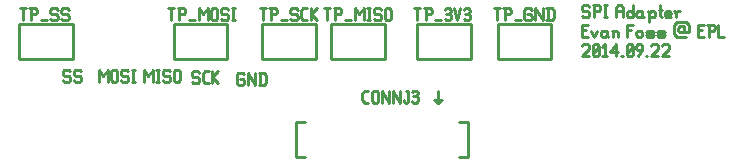
<source format=gbr>
G04 start of page 9 for group -4079 idx -4079 *
G04 Title: (unknown), topsilk *
G04 Creator: pcb 20110918 *
G04 CreationDate: Mon Sep 22 22:22:36 2014 UTC *
G04 For: fosse *
G04 Format: Gerber/RS-274X *
G04 PCB-Dimensions: 320000 125000 *
G04 PCB-Coordinate-Origin: lower left *
%MOIN*%
%FSLAX25Y25*%
%LNTOPSILK*%
%ADD44C,0.0100*%
G54D44*X53000Y83000D02*X53500Y82500D01*
X51500Y83000D02*X53000D01*
X51000Y82500D02*X51500Y83000D01*
X51000Y82500D02*Y81500D01*
X51500Y81000D01*
X53000D01*
X53500Y80500D01*
Y79500D01*
X53000Y79000D02*X53500Y79500D01*
X51500Y79000D02*X53000D01*
X51000Y79500D02*X51500Y79000D01*
X56700Y83000D02*X57200Y82500D01*
X55200Y83000D02*X56700D01*
X54700Y82500D02*X55200Y83000D01*
X54700Y82500D02*Y81500D01*
X55200Y81000D01*
X56700D01*
X57200Y80500D01*
Y79500D01*
X56700Y79000D02*X57200Y79500D01*
X55200Y79000D02*X56700D01*
X54700Y79500D02*X55200Y79000D01*
X63000Y83000D02*Y79000D01*
Y83000D02*X64500Y81000D01*
X66000Y83000D01*
Y79000D01*
X67200Y82500D02*Y79500D01*
Y82500D02*X67700Y83000D01*
X68700D01*
X69200Y82500D01*
Y79500D01*
X68700Y79000D02*X69200Y79500D01*
X67700Y79000D02*X68700D01*
X67200Y79500D02*X67700Y79000D01*
X72400Y83000D02*X72900Y82500D01*
X70900Y83000D02*X72400D01*
X70400Y82500D02*X70900Y83000D01*
X70400Y82500D02*Y81500D01*
X70900Y81000D01*
X72400D01*
X72900Y80500D01*
Y79500D01*
X72400Y79000D02*X72900Y79500D01*
X70900Y79000D02*X72400D01*
X70400Y79500D02*X70900Y79000D01*
X74100Y83000D02*X75100D01*
X74600D02*Y79000D01*
X74100D02*X75100D01*
X78000Y83000D02*Y79000D01*
Y83000D02*X79500Y81000D01*
X81000Y83000D01*
Y79000D01*
X82200Y83000D02*X83200D01*
X82700D02*Y79000D01*
X82200D02*X83200D01*
X86400Y83000D02*X86900Y82500D01*
X84900Y83000D02*X86400D01*
X84400Y82500D02*X84900Y83000D01*
X84400Y82500D02*Y81500D01*
X84900Y81000D01*
X86400D01*
X86900Y80500D01*
Y79500D01*
X86400Y79000D02*X86900Y79500D01*
X84900Y79000D02*X86400D01*
X84400Y79500D02*X84900Y79000D01*
X88100Y82500D02*Y79500D01*
Y82500D02*X88600Y83000D01*
X89600D01*
X90100Y82500D01*
Y79500D01*
X89600Y79000D02*X90100Y79500D01*
X88600Y79000D02*X89600D01*
X88100Y79500D02*X88600Y79000D01*
X96000Y82500D02*X96500Y82000D01*
X94500Y82500D02*X96000D01*
X94000Y82000D02*X94500Y82500D01*
X94000Y82000D02*Y81000D01*
X94500Y80500D01*
X96000D01*
X96500Y80000D01*
Y79000D01*
X96000Y78500D02*X96500Y79000D01*
X94500Y78500D02*X96000D01*
X94000Y79000D02*X94500Y78500D01*
X98400D02*X99700D01*
X97700Y79200D02*X98400Y78500D01*
X97700Y81800D02*Y79200D01*
Y81800D02*X98400Y82500D01*
X99700D01*
X100900D02*Y78500D01*
Y80500D02*X102900Y82500D01*
X100900Y80500D02*X102900Y78500D01*
X111000Y82000D02*X111500Y81500D01*
X109500Y82000D02*X111000D01*
X109000Y81500D02*X109500Y82000D01*
X109000Y81500D02*Y78500D01*
X109500Y78000D01*
X111000D01*
X111500Y78500D01*
Y79500D02*Y78500D01*
X111000Y80000D02*X111500Y79500D01*
X110000Y80000D02*X111000D01*
X112700Y82000D02*Y78000D01*
Y82000D02*X115200Y78000D01*
Y82000D02*Y78000D01*
X116900Y82000D02*Y78000D01*
X118200Y82000D02*X118900Y81300D01*
Y78700D01*
X118200Y78000D02*X118900Y78700D01*
X116400Y78000D02*X118200D01*
X116400Y82000D02*X118200D01*
X224000Y91000D02*X224500Y91500D01*
X226000D01*
X226500Y91000D01*
Y90000D01*
X224000Y87500D02*X226500Y90000D01*
X224000Y87500D02*X226500D01*
X227700Y88000D02*X228200Y87500D01*
X227700Y91000D02*Y88000D01*
Y91000D02*X228200Y91500D01*
X229200D01*
X229700Y91000D01*
Y88000D01*
X229200Y87500D02*X229700Y88000D01*
X228200Y87500D02*X229200D01*
X227700Y88500D02*X229700Y90500D01*
X230900Y90700D02*X231700Y91500D01*
Y87500D01*
X230900D02*X232400D01*
X233600Y89000D02*X235600Y91500D01*
X233600Y89000D02*X236100D01*
X235600Y91500D02*Y87500D01*
X237300D02*X237800D01*
X239000Y88000D02*X239500Y87500D01*
X239000Y91000D02*Y88000D01*
Y91000D02*X239500Y91500D01*
X240500D01*
X241000Y91000D01*
Y88000D01*
X240500Y87500D02*X241000Y88000D01*
X239500Y87500D02*X240500D01*
X239000Y88500D02*X241000Y90500D01*
X242700Y87500D02*X244200Y89500D01*
Y91000D02*Y89500D01*
X243700Y91500D02*X244200Y91000D01*
X242700Y91500D02*X243700D01*
X242200Y91000D02*X242700Y91500D01*
X242200Y91000D02*Y90000D01*
X242700Y89500D01*
X244200D01*
X245400Y87500D02*X245900D01*
X247100Y91000D02*X247600Y91500D01*
X249100D01*
X249600Y91000D01*
Y90000D01*
X247100Y87500D02*X249600Y90000D01*
X247100Y87500D02*X249600D01*
X250800Y91000D02*X251300Y91500D01*
X252800D01*
X253300Y91000D01*
Y90000D01*
X250800Y87500D02*X253300Y90000D01*
X250800Y87500D02*X253300D01*
X226000Y104500D02*X226500Y104000D01*
X224500Y104500D02*X226000D01*
X224000Y104000D02*X224500Y104500D01*
X224000Y104000D02*Y103000D01*
X224500Y102500D01*
X226000D01*
X226500Y102000D01*
Y101000D01*
X226000Y100500D02*X226500Y101000D01*
X224500Y100500D02*X226000D01*
X224000Y101000D02*X224500Y100500D01*
X228200Y104500D02*Y100500D01*
X227700Y104500D02*X229700D01*
X230200Y104000D01*
Y103000D01*
X229700Y102500D02*X230200Y103000D01*
X228200Y102500D02*X229700D01*
X231400Y104500D02*X232400D01*
X231900D02*Y100500D01*
X231400D02*X232400D01*
X235400Y103500D02*Y100500D01*
Y103500D02*X236100Y104500D01*
X237200D01*
X237900Y103500D01*
Y100500D01*
X235400Y102500D02*X237900D01*
X241100Y104500D02*Y100500D01*
X240600D02*X241100Y101000D01*
X239600Y100500D02*X240600D01*
X239100Y101000D02*X239600Y100500D01*
X239100Y102000D02*Y101000D01*
Y102000D02*X239600Y102500D01*
X240600D01*
X241100Y102000D01*
X243800Y102500D02*X244300Y102000D01*
X242800Y102500D02*X243800D01*
X242300Y102000D02*X242800Y102500D01*
X242300Y102000D02*Y101000D01*
X242800Y100500D01*
X244300Y102500D02*Y101000D01*
X244800Y100500D01*
X242800D02*X243800D01*
X244300Y101000D01*
X246500Y102000D02*Y99000D01*
X246000Y102500D02*X246500Y102000D01*
X247000Y102500D01*
X248000D01*
X248500Y102000D01*
Y101000D01*
X248000Y100500D02*X248500Y101000D01*
X247000Y100500D02*X248000D01*
X246500Y101000D02*X247000Y100500D01*
X250200Y104500D02*Y101000D01*
X250700Y100500D01*
X249700Y103000D02*X250700D01*
X252200Y100500D02*X253700D01*
X251700Y101000D02*X252200Y100500D01*
X251700Y102000D02*Y101000D01*
Y102000D02*X252200Y102500D01*
X253200D01*
X253700Y102000D01*
X251700Y101500D02*X253700D01*
Y102000D02*Y101500D01*
X255400Y102000D02*Y100500D01*
Y102000D02*X255900Y102500D01*
X256900D01*
X254900D02*X255400Y102000D01*
X224000Y96200D02*X225500D01*
X224000Y94000D02*X226000D01*
X224000Y98000D02*Y94000D01*
Y98000D02*X226000D01*
X227200Y96000D02*X228200Y94000D01*
X229200Y96000D02*X228200Y94000D01*
X231900Y96000D02*X232400Y95500D01*
X230900Y96000D02*X231900D01*
X230400Y95500D02*X230900Y96000D01*
X230400Y95500D02*Y94500D01*
X230900Y94000D01*
X232400Y96000D02*Y94500D01*
X232900Y94000D01*
X230900D02*X231900D01*
X232400Y94500D01*
X234600Y95500D02*Y94000D01*
Y95500D02*X235100Y96000D01*
X235600D01*
X236100Y95500D01*
Y94000D01*
X234100Y96000D02*X234600Y95500D01*
X239100Y98000D02*Y94000D01*
Y98000D02*X241100D01*
X239100Y96200D02*X240600D01*
X242300Y95500D02*Y94500D01*
Y95500D02*X242800Y96000D01*
X243800D01*
X244300Y95500D01*
Y94500D01*
X243800Y94000D02*X244300Y94500D01*
X242800Y94000D02*X243800D01*
X242300Y94500D02*X242800Y94000D01*
X246000D02*X247500D01*
X248000Y94500D01*
X247500Y95000D02*X248000Y94500D01*
X246000Y95000D02*X247500D01*
X245500Y95500D02*X246000Y95000D01*
X245500Y95500D02*X246000Y96000D01*
X247500D01*
X248000Y95500D01*
X245500Y94500D02*X246000Y94000D01*
X249700D02*X251200D01*
X251700Y94500D01*
X251200Y95000D02*X251700Y94500D01*
X249700Y95000D02*X251200D01*
X249200Y95500D02*X249700Y95000D01*
X249200Y95500D02*X249700Y96000D01*
X251200D01*
X251700Y95500D01*
X249200Y94500D02*X249700Y94000D01*
X254700Y98000D02*Y95000D01*
X255700Y94000D01*
X258700D01*
X259700Y98000D02*Y95500D01*
Y98000D02*X258700Y99000D01*
X255700D02*X258700D01*
X255700D02*X254700Y98000D01*
X256200Y97000D02*Y96000D01*
X256700Y95500D01*
X257700D01*
X258200Y96000D01*
X258700Y95500D01*
X258200Y97500D02*Y96000D01*
Y97000D02*X257700Y97500D01*
X256700D02*X257700D01*
X256700D02*X256200Y97000D01*
X258700Y95500D02*X259700D01*
X262700Y96200D02*X264200D01*
X262700Y94000D02*X264700D01*
X262700Y98000D02*Y94000D01*
Y98000D02*X264700D01*
X266400D02*Y94000D01*
X265900Y98000D02*X267900D01*
X268400Y97500D01*
Y96500D01*
X267900Y96000D02*X268400Y96500D01*
X266400Y96000D02*X267900D01*
X269600Y98000D02*Y94000D01*
X271600D01*
X196043Y98307D02*X213956D01*
Y86693D01*
X196043D01*
Y98307D01*
X169063Y98287D02*X186976D01*
Y86673D01*
X169063D01*
Y98287D01*
X185993Y54101D02*Y65716D01*
X128906D02*Y54101D01*
X131859Y65716D02*X128906D01*
X185993D02*X183040D01*
X185993Y54101D02*X183040D01*
X131859D02*X128906D01*
X176151Y71818D02*Y75952D01*
Y71818D02*X174969Y72999D01*
X176151Y71818D02*X177332Y72999D01*
X174969D02*X177332D01*
X117543Y98307D02*X135456D01*
Y86693D01*
X117543D01*
Y98307D01*
X140543D02*X158456D01*
Y86693D01*
X140543D01*
Y98307D01*
X88043D02*X105956D01*
Y86693D01*
X88043D01*
Y98307D01*
X36543D02*X54456D01*
Y86693D01*
X36543D01*
Y98307D01*
X151654Y72133D02*X152954D01*
X150954Y72833D02*X151654Y72133D01*
X150954Y75433D02*Y72833D01*
Y75433D02*X151654Y76133D01*
X152954D01*
X154154Y75633D02*Y72633D01*
Y75633D02*X154654Y76133D01*
X155654D01*
X156154Y75633D01*
Y72633D01*
X155654Y72133D02*X156154Y72633D01*
X154654Y72133D02*X155654D01*
X154154Y72633D02*X154654Y72133D01*
X157354Y76133D02*Y72133D01*
Y76133D02*X159854Y72133D01*
Y76133D02*Y72133D01*
X161054Y76133D02*Y72133D01*
Y76133D02*X163554Y72133D01*
Y76133D02*Y72133D01*
X165454Y76133D02*X166254D01*
Y72633D01*
X165754Y72133D02*X166254Y72633D01*
X165254Y72133D02*X165754D01*
X164754Y72633D02*X165254Y72133D01*
X164754Y73133D02*Y72633D01*
X167454Y75633D02*X167954Y76133D01*
X168954D01*
X169454Y75633D01*
X168954Y72133D02*X169454Y72633D01*
X167954Y72133D02*X168954D01*
X167454Y72633D02*X167954Y72133D01*
Y74333D02*X168954D01*
X169454Y75633D02*Y74833D01*
Y73833D02*Y72633D01*
Y73833D02*X168954Y74333D01*
X169454Y74833D02*X168954Y74333D01*
X194756Y103512D02*X196756D01*
X195756D02*Y99512D01*
X198456Y103512D02*Y99512D01*
X197956Y103512D02*X199956D01*
X200456Y103012D01*
Y102012D01*
X199956Y101512D02*X200456Y102012D01*
X198456Y101512D02*X199956D01*
X201656Y99512D02*X203656D01*
X206856Y103512D02*X207356Y103012D01*
X205356Y103512D02*X206856D01*
X204856Y103012D02*X205356Y103512D01*
X204856Y103012D02*Y100012D01*
X205356Y99512D01*
X206856D01*
X207356Y100012D01*
Y101012D02*Y100012D01*
X206856Y101512D02*X207356Y101012D01*
X205856Y101512D02*X206856D01*
X208556Y103512D02*Y99512D01*
Y103512D02*X211056Y99512D01*
Y103512D02*Y99512D01*
X212756Y103512D02*Y99512D01*
X214056Y103512D02*X214756Y102812D01*
Y100212D01*
X214056Y99512D02*X214756Y100212D01*
X212256Y99512D02*X214056D01*
X212256Y103512D02*X214056D01*
X138256D02*X140256D01*
X139256D02*Y99512D01*
X141956Y103512D02*Y99512D01*
X141456Y103512D02*X143456D01*
X143956Y103012D01*
Y102012D01*
X143456Y101512D02*X143956Y102012D01*
X141956Y101512D02*X143456D01*
X145156Y99512D02*X147156D01*
X148356Y103512D02*Y99512D01*
Y103512D02*X149856Y101512D01*
X151356Y103512D01*
Y99512D01*
X152556Y103512D02*X153556D01*
X153056D02*Y99512D01*
X152556D02*X153556D01*
X156756Y103512D02*X157256Y103012D01*
X155256Y103512D02*X156756D01*
X154756Y103012D02*X155256Y103512D01*
X154756Y103012D02*Y102012D01*
X155256Y101512D01*
X156756D01*
X157256Y101012D01*
Y100012D01*
X156756Y99512D02*X157256Y100012D01*
X155256Y99512D02*X156756D01*
X154756Y100012D02*X155256Y99512D01*
X158456Y103012D02*Y100012D01*
Y103012D02*X158956Y103512D01*
X159956D01*
X160456Y103012D01*
Y100012D01*
X159956Y99512D02*X160456Y100012D01*
X158956Y99512D02*X159956D01*
X158456Y100012D02*X158956Y99512D01*
X168276Y103492D02*X170276D01*
X169276D02*Y99492D01*
X171976Y103492D02*Y99492D01*
X171476Y103492D02*X173476D01*
X173976Y102992D01*
Y101992D01*
X173476Y101492D02*X173976Y101992D01*
X171976Y101492D02*X173476D01*
X175176Y99492D02*X177176D01*
X178376Y102992D02*X178876Y103492D01*
X179876D01*
X180376Y102992D01*
X179876Y99492D02*X180376Y99992D01*
X178876Y99492D02*X179876D01*
X178376Y99992D02*X178876Y99492D01*
Y101692D02*X179876D01*
X180376Y102992D02*Y102192D01*
Y101192D02*Y99992D01*
Y101192D02*X179876Y101692D01*
X180376Y102192D02*X179876Y101692D01*
X181576Y103492D02*X182576Y99492D01*
X183576Y103492D01*
X184776Y102992D02*X185276Y103492D01*
X186276D01*
X186776Y102992D01*
X186276Y99492D02*X186776Y99992D01*
X185276Y99492D02*X186276D01*
X184776Y99992D02*X185276Y99492D01*
Y101692D02*X186276D01*
X186776Y102992D02*Y102192D01*
Y101192D02*Y99992D01*
Y101192D02*X186276Y101692D01*
X186776Y102192D02*X186276Y101692D01*
X116756Y103512D02*X118756D01*
X117756D02*Y99512D01*
X120456Y103512D02*Y99512D01*
X119956Y103512D02*X121956D01*
X122456Y103012D01*
Y102012D01*
X121956Y101512D02*X122456Y102012D01*
X120456Y101512D02*X121956D01*
X123656Y99512D02*X125656D01*
X128856Y103512D02*X129356Y103012D01*
X127356Y103512D02*X128856D01*
X126856Y103012D02*X127356Y103512D01*
X126856Y103012D02*Y102012D01*
X127356Y101512D01*
X128856D01*
X129356Y101012D01*
Y100012D01*
X128856Y99512D02*X129356Y100012D01*
X127356Y99512D02*X128856D01*
X126856Y100012D02*X127356Y99512D01*
X131256D02*X132556D01*
X130556Y100212D02*X131256Y99512D01*
X130556Y102812D02*Y100212D01*
Y102812D02*X131256Y103512D01*
X132556D01*
X133756D02*Y99512D01*
Y101512D02*X135756Y103512D01*
X133756Y101512D02*X135756Y99512D01*
X86256Y103512D02*X88256D01*
X87256D02*Y99512D01*
X89956Y103512D02*Y99512D01*
X89456Y103512D02*X91456D01*
X91956Y103012D01*
Y102012D01*
X91456Y101512D02*X91956Y102012D01*
X89956Y101512D02*X91456D01*
X93156Y99512D02*X95156D01*
X96356Y103512D02*Y99512D01*
Y103512D02*X97856Y101512D01*
X99356Y103512D01*
Y99512D01*
X100556Y103012D02*Y100012D01*
Y103012D02*X101056Y103512D01*
X102056D01*
X102556Y103012D01*
Y100012D01*
X102056Y99512D02*X102556Y100012D01*
X101056Y99512D02*X102056D01*
X100556Y100012D02*X101056Y99512D01*
X105756Y103512D02*X106256Y103012D01*
X104256Y103512D02*X105756D01*
X103756Y103012D02*X104256Y103512D01*
X103756Y103012D02*Y102012D01*
X104256Y101512D01*
X105756D01*
X106256Y101012D01*
Y100012D01*
X105756Y99512D02*X106256Y100012D01*
X104256Y99512D02*X105756D01*
X103756Y100012D02*X104256Y99512D01*
X107456Y103512D02*X108456D01*
X107956D02*Y99512D01*
X107456D02*X108456D01*
X36756Y103512D02*X38756D01*
X37756D02*Y99512D01*
X40456Y103512D02*Y99512D01*
X39956Y103512D02*X41956D01*
X42456Y103012D01*
Y102012D01*
X41956Y101512D02*X42456Y102012D01*
X40456Y101512D02*X41956D01*
X43656Y99512D02*X45656D01*
X48856Y103512D02*X49356Y103012D01*
X47356Y103512D02*X48856D01*
X46856Y103012D02*X47356Y103512D01*
X46856Y103012D02*Y102012D01*
X47356Y101512D01*
X48856D01*
X49356Y101012D01*
Y100012D01*
X48856Y99512D02*X49356Y100012D01*
X47356Y99512D02*X48856D01*
X46856Y100012D02*X47356Y99512D01*
X52556Y103512D02*X53056Y103012D01*
X51056Y103512D02*X52556D01*
X50556Y103012D02*X51056Y103512D01*
X50556Y103012D02*Y102012D01*
X51056Y101512D01*
X52556D01*
X53056Y101012D01*
Y100012D01*
X52556Y99512D02*X53056Y100012D01*
X51056Y99512D02*X52556D01*
X50556Y100012D02*X51056Y99512D01*
M02*

</source>
